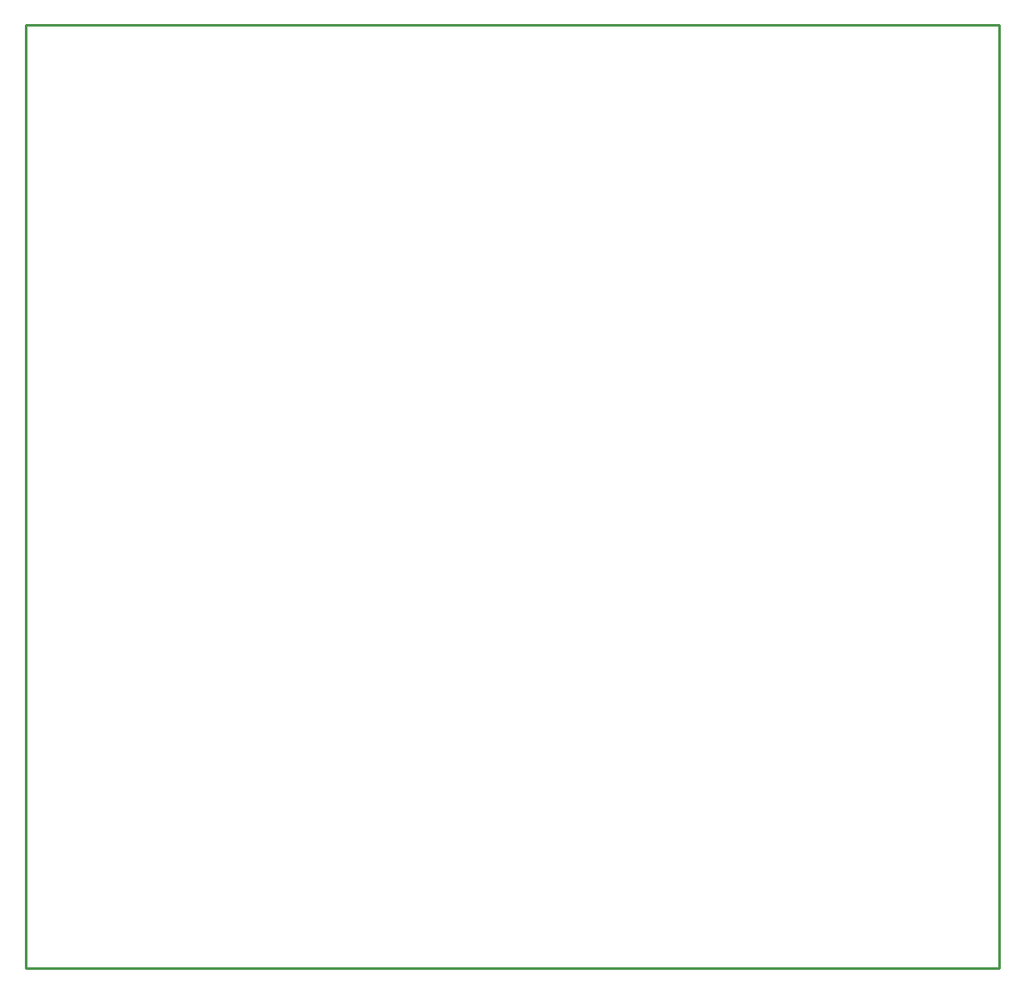
<source format=gbr>
G04 EAGLE Gerber RS-274X export*
G75*
%MOMM*%
%FSLAX34Y34*%
%LPD*%
%IN*%
%IPPOS*%
%AMOC8*
5,1,8,0,0,1.08239X$1,22.5*%
G01*
%ADD10C,0.254000*%


D10*
X45720Y-2540D02*
X1005640Y-2540D01*
X1005640Y928880D01*
X45720Y928880D01*
X45720Y-2540D01*
M02*

</source>
